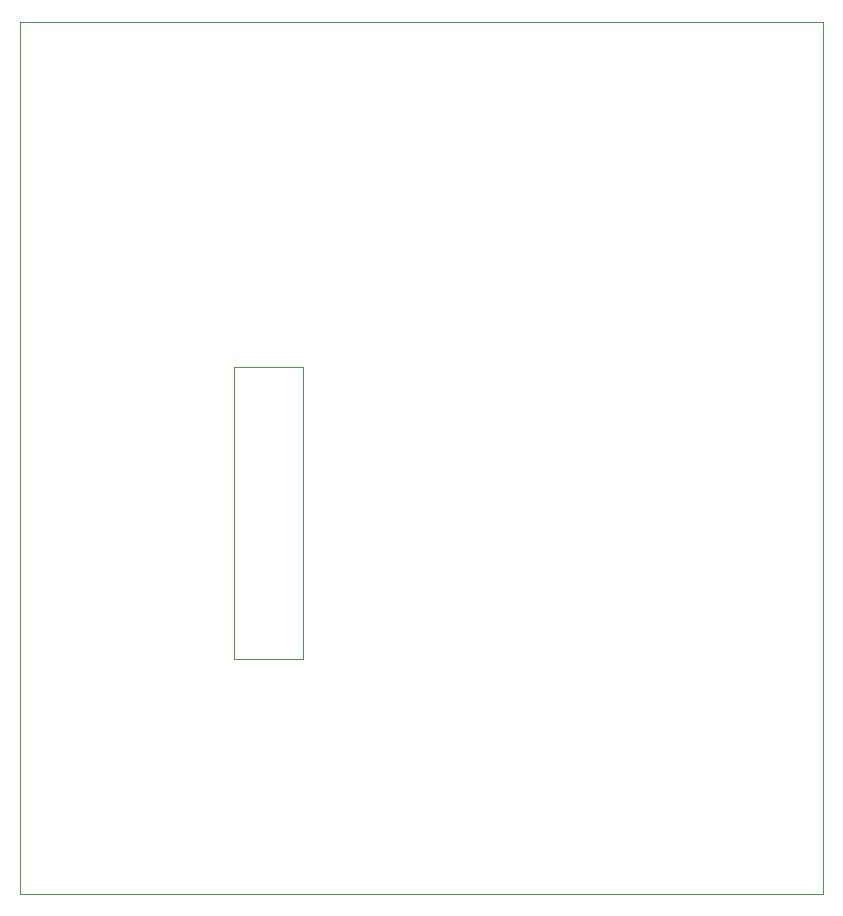
<source format=gbr>
%TF.GenerationSoftware,KiCad,Pcbnew,9.0.2-9.0.2-0~ubuntu24.10.1*%
%TF.CreationDate,2025-07-06T18:08:22+02:00*%
%TF.ProjectId,pet_joymate,7065745f-6a6f-4796-9d61-74652e6b6963,rev?*%
%TF.SameCoordinates,Original*%
%TF.FileFunction,Profile,NP*%
%FSLAX46Y46*%
G04 Gerber Fmt 4.6, Leading zero omitted, Abs format (unit mm)*
G04 Created by KiCad (PCBNEW 9.0.2-9.0.2-0~ubuntu24.10.1) date 2025-07-06 18:08:22*
%MOMM*%
%LPD*%
G01*
G04 APERTURE LIST*
%TA.AperFunction,Profile*%
%ADD10C,0.050000*%
%TD*%
G04 APERTURE END LIST*
D10*
X68250000Y-135000000D02*
X68250000Y-61200000D01*
X136200000Y-135000000D02*
X136200000Y-61200000D01*
X68250000Y-61200000D02*
X136200000Y-61200000D01*
X86350000Y-90400000D02*
X92200000Y-90400000D01*
X92200000Y-115150000D01*
X86350000Y-115150000D01*
X86350000Y-90400000D01*
X68250000Y-135000000D02*
X136200000Y-135000000D01*
M02*

</source>
